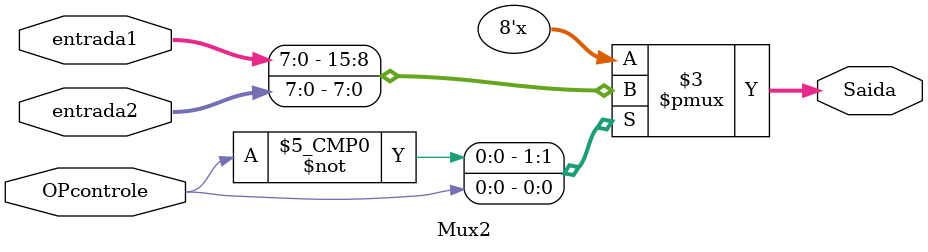
<source format=v>
module Mux2(entrada1,entrada2,OPcontrole,Saida);


input wire[7:0]entrada1,entrada2;
input wire OPcontrole;
output reg[7:0]Saida;

initial begin
Saida = 8'b00000000;
end
always @(entrada1,entrada2,OPcontrole) begin


   case(OPcontrole)


   1'b0: Saida <= entrada1;
   1'b1: Saida <= entrada2;
   endcase


   end


endmodule


</source>
